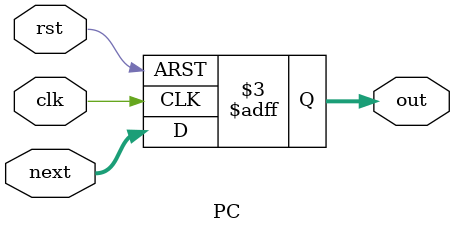
<source format=v>
`timescale 1ns / 1ps


module PC(next, out, clk, rst);
    
input [10:0] next;
input clk, rst;
output reg [10:0] out;
   
always @(posedge clk or negedge rst) begin
    if (!rst)  begin
        out <= 11'b0;
    end
    else begin
        out <= next;
    end
end
    
endmodule

</source>
